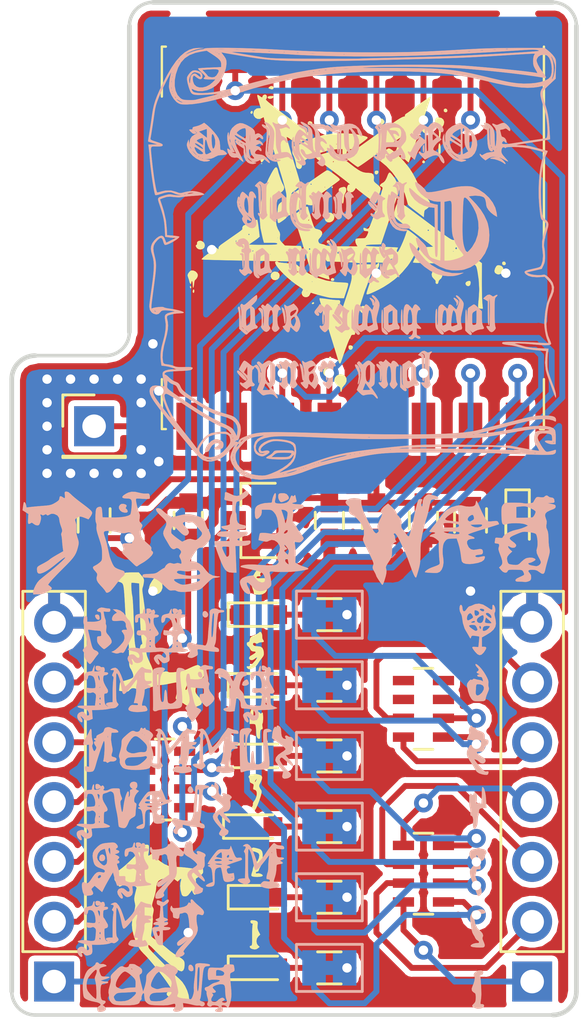
<source format=kicad_pcb>
(kicad_pcb (version 20171130) (host pcbnew "(5.0.0)")
  (layers (0 F.Cu signal) (31 B.Cu signal) (34 B.Paste user) (35 F.Paste user hide) (36 B.SilkS user) (37 F.SilkS user hide) (38 B.Mask user) (39 F.Mask user hide) (44 Edge.Cuts user))
  (net 0 "")
  (net 1 GND)
  (net 2 VCC)
  (net 3 +3V3)
  (net 4 "Net-(D1-Pad2)")
  (net 5 "Net-(D2-Pad2)")
  (net 6 "Net-(D3-Pad2)")
  (net 7 "Net-(D4-Pad2)")
  (net 8 "Net-(D5-Pad2)")
  (net 9 "Net-(D6-Pad2)")
  (net 10 "Net-(D7-Pad2)")
  (net 11 /RESET)
  (net 12 /SPI_EXT_CS)
  (net 13 /SPI_EXT_MISO)
  (net 14 /SPI_EXT_MOSI)
  (net 15 /SPI_EXT_SCK)
  (net 16 /EXT_GPIO1)
  (net 17 /EXT_GPIO2)
  (net 18 /EXT_GPIO3)
  (net 19 /EXT_GPIO4)
  (net 20 /EXT_GPIO5)
  (net 21 /EXT_GPIO6)
  (net 22 /ANTENNA)
  (net 23 /GPIO1)
  (net 24 "Net-(JP1-Pad2)")
  (net 25 "Net-(JP2-Pad2)")
  (net 26 /GPIO2)
  (net 27 "Net-(JP3-Pad2)")
  (net 28 /GPIO3)
  (net 29 /GPIO4)
  (net 30 "Net-(JP4-Pad2)")
  (net 31 "Net-(JP5-Pad2)")
  (net 32 /GPIO5)
  (net 33 /GPIO6)
  (net 34 "Net-(JP6-Pad2)")
  (net 35 /SPI_CS)
  (net 36 /SPI_MISO)
  (net 37 /SPI_MOSI)
  (net 38 /SPI_SCK)
  (net 39 "Net-(RN3-Pad4)")
  (net 40 "Net-(RN3-Pad3)")
  (net 41 "Net-(RN3-Pad5)")
  (net 42 "Net-(RN3-Pad6)")
  (module Pin_Headers:Pin_Header_Straight_1x07_Pitch2.54mm (layer F.Cu) (at 133.62 68.58 180)
    (fp_text reference J2 hide)
    (fp_text value Conn_01x07_Male)
    (pad 1 thru_hole rect (at 0 0 180) (size 1.7 1.7) (drill 1) (layers *.Cu *.Mask) (net 16 /EXT_GPIO1))
    (pad 2 thru_hole oval (at 0 2.54 180) (size 1.7 1.7) (drill 1) (layers *.Cu *.Mask) (net 17 /EXT_GPIO2))
    (pad 3 thru_hole oval (at 0 5.08 180) (size 1.7 1.7) (drill 1) (layers *.Cu *.Mask) (net 18 /EXT_GPIO3))
    (pad 4 thru_hole oval (at 0 7.62 180) (size 1.7 1.7) (drill 1) (layers *.Cu *.Mask) (net 19 /EXT_GPIO4))
    (pad 5 thru_hole oval (at 0 10.16 180) (size 1.7 1.7) (drill 1) (layers *.Cu *.Mask) (net 20 /EXT_GPIO5))
    (pad 6 thru_hole oval (at 0 12.7 180) (size 1.7 1.7) (drill 1) (layers *.Cu *.Mask) (net 21 /EXT_GPIO6))
    (pad 7 thru_hole oval (at 0 15.24 180) (size 1.7 1.7) (drill 1) (layers *.Cu *.Mask) (net 1 GND))
  )
  (module Pin_Headers:Pin_Header_Straight_1x07_Pitch2.54mm (layer F.Cu) (at 113.3 68.58 180)
    (fp_text reference J1 hide)
    (fp_text value Conn_01x07_Male)
    (pad 1 thru_hole rect (at 0 0 180) (size 1.7 1.7) (drill 1) (layers *.Cu *.Mask) (net 2 VCC))
    (pad 2 thru_hole oval (at 0 2.54 180) (size 1.7 1.7) (drill 1) (layers *.Cu *.Mask) (net 15 /SPI_EXT_SCK))
    (pad 3 thru_hole oval (at 0 5.08 180) (size 1.7 1.7) (drill 1) (layers *.Cu *.Mask) (net 14 /SPI_EXT_MOSI))
    (pad 4 thru_hole oval (at 0 7.62 180) (size 1.7 1.7) (drill 1) (layers *.Cu *.Mask) (net 13 /SPI_EXT_MISO))
    (pad 5 thru_hole oval (at 0 10.16 180) (size 1.7 1.7) (drill 1) (layers *.Cu *.Mask) (net 12 /SPI_EXT_CS))
    (pad 6 thru_hole oval (at 0 12.7 180) (size 1.7 1.7) (drill 1) (layers *.Cu *.Mask) (net 11 /RESET))
    (pad 7 thru_hole oval (at 0 15.24 180) (size 1.7 1.7) (drill 1) (layers *.Cu *.Mask) (net 1 GND))
  )
  (module LEDs:LED_0603 (layer F.Cu) (at 133 49 270)
    (fp_text reference D7 hide)
    (fp_text value LED)
    (pad 1 smd rect (at -0.8 0 90) (size 0.8 0.8) (layers F.Cu F.Paste F.Mask) (net 1 GND))
    (pad 2 smd rect (at 0.8 0 90) (size 0.8 0.8) (layers F.Cu F.Paste F.Mask) (net 10 "Net-(D7-Pad2)"))
  )
  (module Capacitors_SMD:C_0603 (layer F.Cu) (at 119 49 90)
    (fp_text reference C1 hide)
    (fp_text value 1uF)
    (pad 2 smd rect (at 0.75 0 90) (size 0.8 0.75) (layers F.Cu F.Paste F.Mask) (net 1 GND))
    (pad 1 smd rect (at -0.75 0 90) (size 0.8 0.75) (layers F.Cu F.Paste F.Mask) (net 2 VCC))
  )
  (module Capacitors_SMD:C_0603 (layer F.Cu) (at 125 49 270)
    (fp_text reference C2 hide)
    (fp_text value 1uF)
    (pad 1 smd rect (at -0.75 0 270) (size 0.8 0.75) (layers F.Cu F.Paste F.Mask) (net 3 +3V3))
    (pad 2 smd rect (at 0.75 0 270) (size 0.8 0.75) (layers F.Cu F.Paste F.Mask) (net 1 GND))
  )
  (module Capacitors_SMD:C_0603 (layer F.Cu) (at 129 49 270)
    (fp_text reference C3 hide)
    (fp_text value 100nF)
    (pad 2 smd rect (at 0.75 0 270) (size 0.8 0.75) (layers F.Cu F.Paste F.Mask) (net 1 GND))
    (pad 1 smd rect (at -0.75 0 270) (size 0.8 0.75) (layers F.Cu F.Paste F.Mask) (net 3 +3V3))
  )
  (module Capacitors_SMD:C_0603 (layer F.Cu) (at 127 49 270)
    (fp_text reference C4 hide)
    (fp_text value 1uF)
    (pad 1 smd rect (at -0.75 0 270) (size 0.8 0.75) (layers F.Cu F.Paste F.Mask) (net 3 +3V3))
    (pad 2 smd rect (at 0.75 0 270) (size 0.8 0.75) (layers F.Cu F.Paste F.Mask) (net 1 GND))
  )
  (module LEDs:LED_0603 (layer F.Cu) (at 122 68)
    (fp_text reference D1 hide)
    (fp_text value LED)
    (pad 2 smd rect (at 0.8 0 180) (size 0.8 0.8) (layers F.Cu F.Paste F.Mask) (net 4 "Net-(D1-Pad2)"))
    (pad 1 smd rect (at -0.8 0 180) (size 0.8 0.8) (layers F.Cu F.Paste F.Mask) (net 1 GND))
  )
  (module LEDs:LED_0603 (layer F.Cu) (at 122 65)
    (fp_text reference D2 hide)
    (fp_text value LED)
    (pad 1 smd rect (at -0.8 0 180) (size 0.8 0.8) (layers F.Cu F.Paste F.Mask) (net 1 GND))
    (pad 2 smd rect (at 0.8 0 180) (size 0.8 0.8) (layers F.Cu F.Paste F.Mask) (net 5 "Net-(D2-Pad2)"))
  )
  (module LEDs:LED_0603 (layer F.Cu) (at 121.8 62)
    (fp_text reference D3 hide)
    (fp_text value LED)
    (pad 2 smd rect (at 0.8 0 180) (size 0.8 0.8) (layers F.Cu F.Paste F.Mask) (net 6 "Net-(D3-Pad2)"))
    (pad 1 smd rect (at -0.8 0 180) (size 0.8 0.8) (layers F.Cu F.Paste F.Mask) (net 1 GND))
  )
  (module LEDs:LED_0603 (layer F.Cu) (at 122 59)
    (fp_text reference D4 hide)
    (fp_text value LED)
    (pad 1 smd rect (at -0.8 0 180) (size 0.8 0.8) (layers F.Cu F.Paste F.Mask) (net 1 GND))
    (pad 2 smd rect (at 0.8 0 180) (size 0.8 0.8) (layers F.Cu F.Paste F.Mask) (net 7 "Net-(D4-Pad2)"))
  )
  (module LEDs:LED_0603 (layer F.Cu) (at 122 56)
    (fp_text reference D5 hide)
    (fp_text value LED)
    (pad 2 smd rect (at 0.8 0 180) (size 0.8 0.8) (layers F.Cu F.Paste F.Mask) (net 8 "Net-(D5-Pad2)"))
    (pad 1 smd rect (at -0.8 0 180) (size 0.8 0.8) (layers F.Cu F.Paste F.Mask) (net 1 GND))
  )
  (module LEDs:LED_0603 (layer F.Cu) (at 122 53)
    (fp_text reference D6 hide)
    (fp_text value LED)
    (pad 1 smd rect (at -0.8 0 180) (size 0.8 0.8) (layers F.Cu F.Paste F.Mask) (net 1 GND))
    (pad 2 smd rect (at 0.8 0 180) (size 0.8 0.8) (layers F.Cu F.Paste F.Mask) (net 9 "Net-(D6-Pad2)"))
  )
  (module Pin_Headers:Pin_Header_Straight_1x01_Pitch2.54mm (layer F.Cu) (at 115 45)
    (fp_text reference J3 hide)
    (fp_text value Conn_01x01_Female)
    (pad 1 thru_hole rect (at 0 0) (size 1.7 1.7) (drill 1) (layers *.Cu *.Mask) (net 22 /ANTENNA))
  )
  (module jumpers:SolderJumper-2_P1.3mm_Bridged_Pad1.0x1.5mm (layer B.Cu) (at 125 68)
    (fp_text reference JP1 hide)
    (fp_text value Jumper_NC_Small hide)
    (pad 1 smd custom (at -0.65 0) (size 1 1.5) (layers B.Cu B.Mask) (net 23 /GPIO1) (options (clearance outline) (anchor rect)) (primitives (gr_poly (pts (xy 0.4 0.3) (xy 0.9 0.3) (xy 0.9 -0.3) (xy 0.4 -0.3)) (width 0))))
    (pad 2 smd rect (at 0.65 0) (size 1 1.5) (layers B.Cu B.Mask) (net 24 "Net-(JP1-Pad2)"))
  )
  (module jumpers:SolderJumper-2_P1.3mm_Bridged_Pad1.0x1.5mm (layer B.Cu) (at 125 65)
    (fp_text reference JP2 hide)
    (fp_text value Jumper_NC_Small hide)
    (pad 2 smd rect (at 0.65 0) (size 1 1.5) (layers B.Cu B.Mask) (net 25 "Net-(JP2-Pad2)"))
    (pad 1 smd custom (at -0.65 0) (size 1 1.5) (layers B.Cu B.Mask) (net 26 /GPIO2) (options (clearance outline) (anchor rect)) (primitives (gr_poly (pts (xy 0.4 0.3) (xy 0.9 0.3) (xy 0.9 -0.3) (xy 0.4 -0.3)) (width 0))))
  )
  (module jumpers:SolderJumper-2_P1.3mm_Bridged_Pad1.0x1.5mm (layer B.Cu) (at 125 62)
    (fp_text reference eJP3 hide)
    (fp_text value Jumper_NC_Small hide)
    (pad 2 smd rect (at 0.65 0) (size 1 1.5) (layers B.Cu B.Mask) (net 27 "Net-(JP3-Pad2)"))
    (pad 1 smd custom (at -0.65 0) (size 1 1.5) (layers B.Cu B.Mask) (net 28 /GPIO3) (options (clearance outline) (anchor rect)) (primitives (gr_poly (pts (xy 0.4 0.3) (xy 0.9 0.3) (xy 0.9 -0.3) (xy 0.4 -0.3)) (width 0))))
  )
  (module jumpers:SolderJumper-2_P1.3mm_Bridged_Pad1.0x1.5mm (layer B.Cu) (at 125 59)
    (fp_text reference JP4 hide)
    (fp_text value Jumper_NC_Small hide)
    (pad 1 smd custom (at -0.65 0) (size 1 1.5) (layers B.Cu B.Mask) (net 29 /GPIO4) (options (clearance outline) (anchor rect)) (primitives (gr_poly (pts (xy 0.4 0.3) (xy 0.9 0.3) (xy 0.9 -0.3) (xy 0.4 -0.3)) (width 0))))
    (pad 2 smd rect (at 0.65 0) (size 1 1.5) (layers B.Cu B.Mask) (net 30 "Net-(JP4-Pad2)"))
  )
  (module jumpers:SolderJumper-2_P1.3mm_Bridged_Pad1.0x1.5mm (layer B.Cu) (at 125 56)
    (fp_text reference JP5 hide)
    (fp_text value Jumper_NC_Small hide)
    (pad 2 smd rect (at 0.65 0) (size 1 1.5) (layers B.Cu B.Mask) (net 31 "Net-(JP5-Pad2)"))
    (pad 1 smd custom (at -0.65 0) (size 1 1.5) (layers B.Cu B.Mask) (net 32 /GPIO5) (options (clearance outline) (anchor rect)) (primitives (gr_poly (pts (xy 0.4 0.3) (xy 0.9 0.3) (xy 0.9 -0.3) (xy 0.4 -0.3)) (width 0))))
  )
  (module jumpers:SolderJumper-2_P1.3mm_Bridged_Pad1.0x1.5mm (layer B.Cu) (at 125 53)
    (fp_text reference JP6 hide)
    (fp_text value Jumper_NC_Small hide)
    (pad 1 smd custom (at -0.65 0) (size 1 1.5) (layers B.Cu B.Mask) (net 33 /GPIO6) (options (clearance outline) (anchor rect)) (primitives (gr_poly (pts (xy 0.4 0.3) (xy 0.9 0.3) (xy 0.9 -0.3) (xy 0.4 -0.3)) (width 0))))
    (pad 2 smd rect (at 0.65 0) (size 1 1.5) (layers B.Cu B.Mask) (net 34 "Net-(JP6-Pad2)"))
  )
  (module Resistors_SMD:R_0603 (layer F.Cu) (at 125 68)
    (fp_text reference R1 hide)
    (fp_text value 330R)
    (pad 2 smd rect (at 0.75 0) (size 0.5 0.9) (layers F.Cu F.Paste F.Mask) (net 24 "Net-(JP1-Pad2)"))
    (pad 1 smd rect (at -0.75 0) (size 0.5 0.9) (layers F.Cu F.Paste F.Mask) (net 4 "Net-(D1-Pad2)"))
  )
  (module Resistors_SMD:R_0603 (layer F.Cu) (at 125 65)
    (fp_text reference R2 hide)
    (fp_text value 330R)
    (pad 1 smd rect (at -0.75 0) (size 0.5 0.9) (layers F.Cu F.Paste F.Mask) (net 5 "Net-(D2-Pad2)"))
    (pad 2 smd rect (at 0.75 0) (size 0.5 0.9) (layers F.Cu F.Paste F.Mask) (net 25 "Net-(JP2-Pad2)"))
  )
  (module Resistors_SMD:R_0603 (layer F.Cu) (at 125 62)
    (fp_text reference R3 hide)
    (fp_text value 330R)
    (pad 2 smd rect (at 0.75 0) (size 0.5 0.9) (layers F.Cu F.Paste F.Mask) (net 27 "Net-(JP3-Pad2)"))
    (pad 1 smd rect (at -0.75 0) (size 0.5 0.9) (layers F.Cu F.Paste F.Mask) (net 6 "Net-(D3-Pad2)"))
  )
  (module Resistors_SMD:R_0603 (layer F.Cu) (at 125 59)
    (fp_text reference R4 hide)
    (fp_text value 330R)
    (pad 2 smd rect (at 0.75 0) (size 0.5 0.9) (layers F.Cu F.Paste F.Mask) (net 30 "Net-(JP4-Pad2)"))
    (pad 1 smd rect (at -0.75 0) (size 0.5 0.9) (layers F.Cu F.Paste F.Mask) (net 7 "Net-(D4-Pad2)"))
  )
  (module Resistors_SMD:R_0603 (layer F.Cu) (at 125 56)
    (fp_text reference R5 hide)
    (fp_text value 330R)
    (pad 1 smd rect (at -0.75 0) (size 0.5 0.9) (layers F.Cu F.Paste F.Mask) (net 8 "Net-(D5-Pad2)"))
    (pad 2 smd rect (at 0.75 0) (size 0.5 0.9) (layers F.Cu F.Paste F.Mask) (net 31 "Net-(JP5-Pad2)"))
  )
  (module Resistors_SMD:R_0603 (layer F.Cu) (at 125 53)
    (fp_text reference R6 hide)
    (fp_text value 330R)
    (pad 2 smd rect (at 0.75 0) (size 0.5 0.9) (layers F.Cu F.Paste F.Mask) (net 34 "Net-(JP6-Pad2)"))
    (pad 1 smd rect (at -0.75 0) (size 0.5 0.9) (layers F.Cu F.Paste F.Mask) (net 9 "Net-(D6-Pad2)"))
  )
  (module Resistors_SMD:R_0603 (layer F.Cu) (at 131 49 90)
    (fp_text reference R7 hide)
    (fp_text value 330R)
    (pad 1 smd rect (at -0.75 0 90) (size 0.5 0.9) (layers F.Cu F.Paste F.Mask) (net 10 "Net-(D7-Pad2)"))
    (pad 2 smd rect (at 0.75 0 90) (size 0.5 0.9) (layers F.Cu F.Paste F.Mask) (net 3 +3V3))
  )
  (module Resistors_SMD:R_0603 (layer F.Cu) (at 115 49 90)
    (fp_text reference R8 hide)
    (fp_text value 10K)
    (pad 1 smd rect (at -0.75 0 90) (size 0.5 0.9) (layers F.Cu F.Paste F.Mask) (net 11 /RESET))
    (pad 2 smd rect (at 0.75 0 90) (size 0.5 0.9) (layers F.Cu F.Paste F.Mask) (net 3 +3V3))
  )
  (module TO_SOT_Packages_SMD:SOT-23 (layer F.Cu) (at 122 49 180)
    (fp_text reference U1 hide)
    (fp_text value AP7333-33SRG-7)
    (pad 3 smd rect (at 1 0 180) (size 0.9 0.8) (layers F.Cu F.Paste F.Mask) (net 2 VCC))
    (pad 2 smd rect (at -1 0.95 180) (size 0.9 0.8) (layers F.Cu F.Paste F.Mask) (net 3 +3V3))
    (pad 1 smd rect (at -1 -0.95 180) (size 0.9 0.8) (layers F.Cu F.Paste F.Mask) (net 1 GND))
  )
  (module RF_Modules:Hopref_RFM9XW_SMD (layer F.Cu) (at 126 37 270)
    (fp_text reference U2 hide)
    (fp_text value RFM95W-868S2)
    (pad 16 smd rect (at 8 -7 270) (size 2 1) (layers F.Cu F.Paste F.Mask) (net 28 /GPIO3))
    (pad 15 smd rect (at 8 -5 270) (size 2 1) (layers F.Cu F.Paste F.Mask) (net 26 /GPIO2))
    (pad 14 smd rect (at 8 -3 270) (size 2 1) (layers F.Cu F.Paste F.Mask) (net 23 /GPIO1))
    (pad 13 smd rect (at 8 -1 270) (size 2 1) (layers F.Cu F.Paste F.Mask) (net 3 +3V3))
    (pad 12 smd rect (at 8 1 270) (size 2 1) (layers F.Cu F.Paste F.Mask) (net 32 /GPIO5))
    (pad 11 smd rect (at 8 3 270) (size 2 1) (layers F.Cu F.Paste F.Mask) (net 29 /GPIO4))
    (pad 10 smd rect (at 8 5 270) (size 2 1) (layers F.Cu F.Paste F.Mask) (net 1 GND))
    (pad 9 smd rect (at 8 7 270) (size 2 1) (layers F.Cu F.Paste F.Mask) (net 22 /ANTENNA))
    (pad 8 smd rect (at -8 7 270) (size 2 1) (layers F.Cu F.Paste F.Mask) (net 1 GND))
    (pad 7 smd rect (at -8 5 270) (size 2 1) (layers F.Cu F.Paste F.Mask) (net 33 /GPIO6))
    (pad 6 smd rect (at -8 3 270) (size 2 1) (layers F.Cu F.Paste F.Mask) (net 11 /RESET))
    (pad 5 smd rect (at -8 1 270) (size 2 1) (layers F.Cu F.Paste F.Mask) (net 35 /SPI_CS))
    (pad 4 smd rect (at -8 -1 270) (size 2 1) (layers F.Cu F.Paste F.Mask) (net 38 /SPI_SCK))
    (pad 3 smd rect (at -8 -3 270) (size 2 1) (layers F.Cu F.Paste F.Mask) (net 37 /SPI_MOSI))
    (pad 2 smd rect (at -8 -5 270) (size 2 1) (layers F.Cu F.Paste F.Mask) (net 36 /SPI_MISO))
    (pad 1 smd rect (at -8 -7 270) (size 2 1) (layers F.Cu F.Paste F.Mask) (net 1 GND))
  )
  (module Resistors_SMD:R_Array_Concave_4x0603 (layer F.Cu) (at 118 60 180)
    (fp_text reference RN1 hide)
    (fp_text value 100R)
    (pad 5 smd rect (at 0.85 1.2 180) (size 0.9 0.4) (layers F.Cu F.Paste F.Mask) (net 12 /SPI_EXT_CS))
    (pad 6 smd rect (at 0.85 0.4 180) (size 0.9 0.4) (layers F.Cu F.Paste F.Mask) (net 13 /SPI_EXT_MISO))
    (pad 7 smd rect (at 0.85 -0.4 180) (size 0.9 0.4) (layers F.Cu F.Paste F.Mask) (net 14 /SPI_EXT_MOSI))
    (pad 8 smd rect (at 0.85 -1.2 180) (size 0.9 0.4) (layers F.Cu F.Paste F.Mask) (net 15 /SPI_EXT_SCK))
    (pad 4 smd rect (at -0.85 1.2 180) (size 0.9 0.4) (layers F.Cu F.Paste F.Mask) (net 35 /SPI_CS))
    (pad 1 smd rect (at -0.85 -1.2 180) (size 0.9 0.4) (layers F.Cu F.Paste F.Mask) (net 38 /SPI_SCK))
    (pad 3 smd rect (at -0.85 0.4 180) (size 0.9 0.4) (layers F.Cu F.Paste F.Mask) (net 36 /SPI_MISO))
    (pad 2 smd rect (at -0.85 -0.4 180) (size 0.9 0.4) (layers F.Cu F.Paste F.Mask) (net 37 /SPI_MOSI))
  )
  (module Resistors_SMD:R_Array_Concave_4x0603 (layer F.Cu) (at 129 64 180)
    (fp_text reference RN2 hide)
    (fp_text value 100R)
    (pad 2 smd rect (at -0.85 -0.4 180) (size 0.9 0.4) (layers F.Cu F.Paste F.Mask) (net 26 /GPIO2))
    (pad 3 smd rect (at -0.85 0.4 180) (size 0.9 0.4) (layers F.Cu F.Paste F.Mask) (net 28 /GPIO3))
    (pad 1 smd rect (at -0.85 -1.2 180) (size 0.9 0.4) (layers F.Cu F.Paste F.Mask) (net 23 /GPIO1))
    (pad 4 smd rect (at -0.85 1.2 180) (size 0.9 0.4) (layers F.Cu F.Paste F.Mask) (net 29 /GPIO4))
    (pad 8 smd rect (at 0.85 -1.2 180) (size 0.9 0.4) (layers F.Cu F.Paste F.Mask) (net 16 /EXT_GPIO1))
    (pad 7 smd rect (at 0.85 -0.4 180) (size 0.9 0.4) (layers F.Cu F.Paste F.Mask) (net 17 /EXT_GPIO2))
    (pad 6 smd rect (at 0.85 0.4 180) (size 0.9 0.4) (layers F.Cu F.Paste F.Mask) (net 18 /EXT_GPIO3))
    (pad 5 smd rect (at 0.85 1.2 180) (size 0.9 0.4) (layers F.Cu F.Paste F.Mask) (net 19 /EXT_GPIO4))
  )
  (module Resistors_SMD:R_Array_Concave_4x0603 (layer F.Cu) (at 129 57 180)
    (fp_text reference RN3 hide)
    (fp_text value 100R)
    (pad 5 smd rect (at 0.85 1.2 180) (size 0.9 0.4) (layers F.Cu F.Paste F.Mask) (net 41 "Net-(RN3-Pad5)"))
    (pad 6 smd rect (at 0.85 0.4 180) (size 0.9 0.4) (layers F.Cu F.Paste F.Mask) (net 42 "Net-(RN3-Pad6)"))
    (pad 7 smd rect (at 0.85 -0.4 180) (size 0.9 0.4) (layers F.Cu F.Paste F.Mask) (net 21 /EXT_GPIO6))
    (pad 8 smd rect (at 0.85 -1.2 180) (size 0.9 0.4) (layers F.Cu F.Paste F.Mask) (net 20 /EXT_GPIO5))
    (pad 4 smd rect (at -0.85 1.2 180) (size 0.9 0.4) (layers F.Cu F.Paste F.Mask) (net 39 "Net-(RN3-Pad4)"))
    (pad 1 smd rect (at -0.85 -1.2 180) (size 0.9 0.4) (layers F.Cu F.Paste F.Mask) (net 32 /GPIO5))
    (pad 3 smd rect (at -0.85 0.4 180) (size 0.9 0.4) (layers F.Cu F.Paste F.Mask) (net 40 "Net-(RN3-Pad3)"))
    (pad 2 smd rect (at -0.85 -0.4 180) (size 0.9 0.4) (layers F.Cu F.Paste F.Mask) (net 33 /GPIO6))
  )
  (module ArtworkAndSilks:frontside (layer F.Cu) (at 124 50)
    (fp_text reference G*** hide)
    (fp_text value LOGO hide)
  )
  (module ArtworkAndSilks:backside (layer B.Cu) (at 123.3 49.4 180)
    (fp_text reference G*** hide)
    (fp_text value LOGO hide)
  )
  (gr_line (start 115.5 42) (end 112.5 42) (layer Edge.Cuts) (width 0.15))
  (gr_arc (start 117.5 28) (end 117.5 27) (angle -90) (layer Edge.Cuts) (width 0.15))
  (gr_arc (start 115.5 41) (end 115.5 42) (angle -90) (layer Edge.Cuts) (width 0.15))
  (gr_arc (start 112.5 43) (end 112.5 42) (angle -90) (layer Edge.Cuts) (width 0.2))
  (gr_arc (start 134.5 28) (end 135.5 28) (angle -90) (layer Edge.Cuts) (width 0.15))
  (gr_arc (start 134.5 69) (end 134.5 70) (angle -90) (layer Edge.Cuts) (width 0.2))
  (gr_arc (start 112.5 69) (end 111.5 69) (angle -90) (layer Edge.Cuts) (width 0.15))
  (gr_line (start 134.5 70) (end 112.5 70) (layer Edge.Cuts) (width 0.15))
  (gr_line (start 111.5 43) (end 111.5 69) (layer Edge.Cuts) (width 0.2))
  (gr_line (start 116.5 28) (end 116.5 41) (layer Edge.Cuts) (width 0.2))
  (gr_line (start 134.5 27) (end 117.5 27) (layer Edge.Cuts) (width 0.2))
  (gr_line (start 135.5 69) (end 135.5 28) (layer Edge.Cuts) (width 0.2))
  (via (at 117 44) (size 0.8) (drill 0.4) (layers F.Cu B.Cu) (net 1))
  (via (at 117 43) (size 0.8) (drill 0.4) (layers F.Cu B.Cu) (net 1))
  (via (at 116 43) (size 0.8) (drill 0.4) (layers F.Cu B.Cu) (net 1))
  (via (at 115 43) (size 0.8) (drill 0.4) (layers F.Cu B.Cu) (net 1))
  (via (at 114 43) (size 0.8) (drill 0.4) (layers F.Cu B.Cu) (net 1))
  (via (at 113 43) (size 0.8) (drill 0.4) (layers F.Cu B.Cu) (net 1))
  (via (at 113 44) (size 0.8) (drill 0.4) (layers F.Cu B.Cu) (net 1))
  (via (at 113 45) (size 0.8) (drill 0.4) (layers F.Cu B.Cu) (net 1))
  (via (at 113 46) (size 0.8) (drill 0.4) (layers F.Cu B.Cu) (net 1))
  (via (at 113 47) (size 0.8) (drill 0.4) (layers F.Cu B.Cu) (net 1))
  (via (at 114 47) (size 0.8) (drill 0.4) (layers F.Cu B.Cu) (net 1))
  (via (at 115 47) (size 0.8) (drill 0.4) (layers F.Cu B.Cu) (net 1))
  (via (at 116 47) (size 0.8) (drill 0.4) (layers F.Cu B.Cu) (net 1))
  (via (at 117 47) (size 0.8) (drill 0.4) (layers F.Cu B.Cu) (net 1))
  (via (at 117 46) (size 0.8) (drill 0.4) (layers F.Cu B.Cu) (net 1))
  (via (at 117.75 43.5) (size 0.8) (drill 0.4) (layers F.Cu B.Cu) (net 1))
  (via (at 117.75 46.5) (size 0.8) (drill 0.4) (layers F.Cu B.Cu) (net 1))
  (via (at 117.5 41.5) (size 0.8) (drill 0.4) (layers F.Cu B.Cu) (net 1))
  (via (at 120 37.5) (size 0.8) (drill 0.4) (layers F.Cu B.Cu) (net 1))
  (via (at 127 38.5) (size 0.8) (drill 0.4) (layers F.Cu B.Cu) (net 1))
  (via (at 132.5 38.5) (size 0.8) (drill 0.4) (layers F.Cu B.Cu) (net 1))
  (via (at 131 52) (size 0.8) (drill 0.4) (layers F.Cu B.Cu) (net 1))
  (via (at 117.5 52) (size 0.8) (drill 0.4) (layers F.Cu B.Cu) (net 1))
  (via (at 119 66.5) (size 0.8) (drill 0.4) (layers F.Cu B.Cu) (net 1))
  (segment (start 120.95 49) (end 121 49) (width 0.25) (layer F.Cu) (net 2))
  (segment (start 120.2 49.75) (end 120.95 49) (width 0.25) (layer F.Cu) (net 2))
  (segment (start 119 49.75) (end 120.2 49.75) (width 0.25) (layer F.Cu) (net 2))
  (segment (start 118.75 54) (end 118.75 54) (width 0.25) (layer B.Cu) (net 2))
  (via (at 118.75 54) (size 0.8) (drill 0.4) (layers F.Cu B.Cu) (net 2))
  (segment (start 119 53.75) (end 118.75 54) (width 0.25) (layer F.Cu) (net 2))
  (segment (start 119 49.75) (end 119 53.75) (width 0.25) (layer F.Cu) (net 2))
  (segment (start 118 54.75) (end 118.75 54) (width 0.25) (layer B.Cu) (net 2))
  (segment (start 118 65.98) (end 118 54.75) (width 0.25) (layer B.Cu) (net 2))
  (segment (start 113.3 68.58) (end 115.4 68.58) (width 0.25) (layer B.Cu) (net 2))
  (segment (start 115.4 68.58) (end 118 65.98) (width 0.25) (layer B.Cu) (net 2))
  (segment (start 124.8 48.05) (end 125 48.25) (width 0.25) (layer F.Cu) (net 3))
  (segment (start 123 48.05) (end 124.8 48.05) (width 0.25) (layer F.Cu) (net 3))
  (segment (start 125 48.25) (end 127 48.25) (width 0.25) (layer F.Cu) (net 3))
  (segment (start 129 48.25) (end 127 48.25) (width 0.25) (layer F.Cu) (net 3))
  (segment (start 129 48.25) (end 131 48.25) (width 0.25) (layer F.Cu) (net 3))
  (segment (start 127 45) (end 127 48.25) (width 0.25) (layer F.Cu) (net 3))
  (segment (start 122.3 48.05) (end 121.5 47.25) (width 0.25) (layer F.Cu) (net 3))
  (segment (start 123 48.05) (end 122.3 48.05) (width 0.25) (layer F.Cu) (net 3))
  (segment (start 121.5 47.25) (end 118.25 47.25) (width 0.25) (layer F.Cu) (net 3))
  (segment (start 118.25 47.25) (end 117.25 48.25) (width 0.25) (layer F.Cu) (net 3))
  (segment (start 117.25 48.25) (end 115 48.25) (width 0.25) (layer F.Cu) (net 3))
  (segment (start 122.8 68) (end 124.25 68) (width 0.25) (layer F.Cu) (net 4))
  (segment (start 122.8 65) (end 124.25 65) (width 0.25) (layer F.Cu) (net 5))
  (segment (start 122.6 62) (end 124.25 62) (width 0.25) (layer F.Cu) (net 6))
  (segment (start 122.8 59) (end 124.25 59) (width 0.25) (layer F.Cu) (net 7))
  (segment (start 122.8 56) (end 124.25 56) (width 0.25) (layer F.Cu) (net 8))
  (segment (start 122.8 53) (end 124.25 53) (width 0.25) (layer F.Cu) (net 9))
  (segment (start 132.95 49.75) (end 133 49.8) (width 0.25) (layer F.Cu) (net 10))
  (segment (start 131 49.75) (end 132.95 49.75) (width 0.25) (layer F.Cu) (net 10))
  (segment (start 123 29) (end 123 32) (width 0.25) (layer F.Cu) (net 11))
  (segment (start 123 32) (end 123 32) (width 0.25) (layer F.Cu) (net 11))
  (via (at 123 32) (size 0.8) (drill 0.4) (layers F.Cu B.Cu) (net 11))
  (segment (start 123 32) (end 119 36) (width 0.25) (layer B.Cu) (net 11))
  (segment (start 119 36) (end 119 47.25) (width 0.25) (layer B.Cu) (net 11))
  (segment (start 119 47.25) (end 116.5 49.75) (width 0.25) (layer B.Cu) (net 11))
  (segment (start 116.5 49.75) (end 116.5 49.75) (width 0.25) (layer B.Cu) (net 11))
  (via (at 116.5 49.75) (size 0.8) (drill 0.4) (layers F.Cu B.Cu) (net 11))
  (segment (start 115 49.75) (end 116.5 49.75) (width 0.25) (layer F.Cu) (net 11))
  (segment (start 115 49.75) (end 115 50.5) (width 0.25) (layer F.Cu) (net 11))
  (segment (start 115 50.5) (end 116 51.5) (width 0.25) (layer F.Cu) (net 11))
  (segment (start 116 54.18) (end 114.3 55.88) (width 0.25) (layer F.Cu) (net 11))
  (segment (start 116 51.5) (end 116 54.18) (width 0.25) (layer F.Cu) (net 11))
  (segment (start 114.3 55.88) (end 113.3 55.88) (width 0.25) (layer F.Cu) (net 11))
  (segment (start 116.77 58.42) (end 117.15 58.8) (width 0.25) (layer F.Cu) (net 12))
  (segment (start 114.3 58.42) (end 116.77 58.42) (width 0.25) (layer F.Cu) (net 12))
  (segment (start 114.3 58.42) (end 113.3 58.42) (width 0.25) (layer F.Cu) (net 12))
  (segment (start 115.66 59.6) (end 117.15 59.6) (width 0.25) (layer F.Cu) (net 13))
  (segment (start 114.3 60.96) (end 115.66 59.6) (width 0.25) (layer F.Cu) (net 13))
  (segment (start 114.3 60.96) (end 113.3 60.96) (width 0.25) (layer F.Cu) (net 13))
  (segment (start 116.714998 60.4) (end 115.75 61.364998) (width 0.25) (layer F.Cu) (net 14))
  (segment (start 117.15 60.4) (end 116.714998 60.4) (width 0.25) (layer F.Cu) (net 14))
  (segment (start 115.75 62.05) (end 114.3 63.5) (width 0.25) (layer F.Cu) (net 14))
  (segment (start 115.75 61.364998) (end 115.75 62.05) (width 0.25) (layer F.Cu) (net 14))
  (segment (start 114.3 63.5) (end 113.3 63.5) (width 0.25) (layer F.Cu) (net 14))
  (segment (start 117.15 61.65) (end 116 62.8) (width 0.25) (layer F.Cu) (net 15))
  (segment (start 117.15 61.2) (end 117.15 61.65) (width 0.25) (layer F.Cu) (net 15))
  (segment (start 116 64.34) (end 114.3 66.04) (width 0.25) (layer F.Cu) (net 15))
  (segment (start 116 62.8) (end 116 64.34) (width 0.25) (layer F.Cu) (net 15))
  (segment (start 114.3 66.04) (end 113.3 66.04) (width 0.25) (layer F.Cu) (net 15))
  (segment (start 128.15 65.2) (end 128.15 66.4) (width 0.25) (layer F.Cu) (net 16))
  (segment (start 128.15 66.4) (end 129 67.25) (width 0.25) (layer F.Cu) (net 16))
  (segment (start 129 67.25) (end 129 67.25) (width 0.25) (layer F.Cu) (net 16))
  (via (at 129 67.25) (size 0.8) (drill 0.4) (layers F.Cu B.Cu) (net 16))
  (segment (start 130.33 68.58) (end 133.62 68.58) (width 0.25) (layer B.Cu) (net 16))
  (segment (start 129 67.25) (end 130.33 68.58) (width 0.25) (layer B.Cu) (net 16))
  (segment (start 127.45 64.4) (end 127 64.85) (width 0.25) (layer F.Cu) (net 17))
  (segment (start 128.15 64.4) (end 127.45 64.4) (width 0.25) (layer F.Cu) (net 17))
  (segment (start 127 64.85) (end 127 66.5) (width 0.25) (layer F.Cu) (net 17))
  (segment (start 127 66.5) (end 128.5 68) (width 0.25) (layer F.Cu) (net 17))
  (segment (start 131.66 68) (end 128.5 68) (width 0.25) (layer F.Cu) (net 17))
  (segment (start 133.62 66.04) (end 131.66 68) (width 0.25) (layer F.Cu) (net 17))
  (segment (start 127.25 61.25) (end 128.225001 60.274999) (width 0.25) (layer F.Cu) (net 18))
  (segment (start 127.25 63.4) (end 127.25 61.25) (width 0.25) (layer F.Cu) (net 18))
  (segment (start 128.15 63.6) (end 127.45 63.6) (width 0.25) (layer F.Cu) (net 18))
  (segment (start 127.45 63.6) (end 127.25 63.4) (width 0.25) (layer F.Cu) (net 18))
  (segment (start 131.37 61.25) (end 133.62 63.5) (width 0.25) (layer F.Cu) (net 18))
  (segment (start 130.394999 60.274999) (end 131.37 61.25) (width 0.25) (layer F.Cu) (net 18))
  (segment (start 128.225001 60.274999) (end 130.394999 60.274999) (width 0.25) (layer F.Cu) (net 18))
  (via (at 129 61) (size 0.8) (drill 0.4) (layers F.Cu B.Cu) (net 19))
  (segment (start 128.15 61.85) (end 129 61) (width 0.25) (layer F.Cu) (net 19))
  (segment (start 128.15 62.8) (end 128.15 61.85) (width 0.25) (layer F.Cu) (net 19))
  (segment (start 129 61) (end 129.62 60.38) (width 0.25) (layer B.Cu) (net 19))
  (segment (start 129.62 60.38) (end 132.63 60.38) (width 0.25) (layer B.Cu) (net 19))
  (segment (start 133.21 60.96) (end 133.62 60.96) (width 0.25) (layer B.Cu) (net 19))
  (segment (start 132.63 60.38) (end 133.21 60.96) (width 0.25) (layer B.Cu) (net 19))
  (segment (start 133.62 58.580002) (end 133.62 58.42) (width 0.25) (layer F.Cu) (net 20))
  (segment (start 132.975001 59.225001) (end 133.62 58.580002) (width 0.25) (layer F.Cu) (net 20))
  (segment (start 128.725001 59.225001) (end 132.975001 59.225001) (width 0.25) (layer F.Cu) (net 20))
  (segment (start 128.15 58.2) (end 128.15 58.65) (width 0.25) (layer F.Cu) (net 20))
  (segment (start 128.15 58.65) (end 128.725001 59.225001) (width 0.25) (layer F.Cu) (net 20))
  (segment (start 127.45 57.4) (end 128.15 57.4) (width 0.25) (layer F.Cu) (net 21))
  (segment (start 127 56.95) (end 127.45 57.4) (width 0.25) (layer F.Cu) (net 21))
  (segment (start 127 55) (end 127 56.95) (width 0.25) (layer F.Cu) (net 21))
  (segment (start 127.25 54.75) (end 127 55) (width 0.25) (layer F.Cu) (net 21))
  (segment (start 132.49 54.75) (end 133.62 55.88) (width 0.25) (layer F.Cu) (net 21))
  (segment (start 127.25 54.75) (end 132.49 54.75) (width 0.25) (layer F.Cu) (net 21))
  (segment (start 116.1 45) (end 119 45) (width 0.25) (layer F.Cu) (net 22))
  (segment (start 115 45) (end 116.1 45) (width 0.25) (layer F.Cu) (net 22))
  (via (at 131.25 65.75) (size 0.8) (drill 0.4) (layers F.Cu B.Cu) (net 23))
  (segment (start 124.35 68.85) (end 125 69.5) (width 0.25) (layer B.Cu) (net 23))
  (segment (start 124.35 68) (end 124.35 68.85) (width 0.25) (layer B.Cu) (net 23))
  (segment (start 125 69.5) (end 126.5 69.5) (width 0.25) (layer B.Cu) (net 23))
  (segment (start 127 69) (end 127 67) (width 0.25) (layer B.Cu) (net 23))
  (segment (start 126.5 69.5) (end 127 69) (width 0.25) (layer B.Cu) (net 23))
  (segment (start 128.25 65.75) (end 131.25 65.75) (width 0.25) (layer B.Cu) (net 23))
  (segment (start 127 67) (end 128.25 65.75) (width 0.25) (layer B.Cu) (net 23))
  (segment (start 130.7 65.2) (end 131.25 65.75) (width 0.25) (layer F.Cu) (net 23))
  (segment (start 129.85 65.2) (end 130.7 65.2) (width 0.25) (layer F.Cu) (net 23))
  (segment (start 129 45) (end 129 42.75) (width 0.25) (layer F.Cu) (net 23))
  (segment (start 129 42.75) (end 129 42.75) (width 0.25) (layer F.Cu) (net 23))
  (via (at 129 42.75) (size 0.8) (drill 0.4) (layers F.Cu B.Cu) (net 23))
  (segment (start 129 46.5) (end 129 42.75) (width 0.25) (layer B.Cu) (net 23))
  (segment (start 127 48.5) (end 129 46.5) (width 0.25) (layer B.Cu) (net 23))
  (segment (start 123.07498 66.72498) (end 123.07498 62.07498) (width 0.25) (layer B.Cu) (net 23))
  (segment (start 124.35 68) (end 123.07498 66.72498) (width 0.25) (layer B.Cu) (net 23))
  (segment (start 123.07498 62.07498) (end 121.5 60.5) (width 0.25) (layer B.Cu) (net 23))
  (segment (start 121.5 60.5) (end 121.5 51.50434) (width 0.25) (layer B.Cu) (net 23))
  (segment (start 121.5 51.50434) (end 124.50434 48.5) (width 0.25) (layer B.Cu) (net 23))
  (segment (start 124.50434 48.5) (end 127 48.5) (width 0.25) (layer B.Cu) (net 23))
  (via (at 125.75 68) (size 0.8) (drill 0.4) (layers F.Cu B.Cu) (net 24))
  (via (at 125.75 65) (size 0.8) (drill 0.4) (layers F.Cu B.Cu) (net 25))
  (segment (start 124.35 65) (end 124.35 66.35) (width 0.25) (layer B.Cu) (net 26))
  (segment (start 124.35 66.35) (end 124.5 66.5) (width 0.25) (layer B.Cu) (net 26))
  (segment (start 124.5 66.5) (end 126.5 66.5) (width 0.25) (layer B.Cu) (net 26))
  (segment (start 126.5 66.5) (end 128.5 64.5) (width 0.25) (layer B.Cu) (net 26))
  (segment (start 128.5 64.5) (end 131.25 64.5) (width 0.25) (layer B.Cu) (net 26))
  (segment (start 131.25 64.5) (end 131.25 64.5) (width 0.25) (layer B.Cu) (net 26))
  (via (at 131.25 64.5) (size 0.8) (drill 0.4) (layers F.Cu B.Cu) (net 26))
  (segment (start 131.15 64.4) (end 131.25 64.5) (width 0.25) (layer F.Cu) (net 26))
  (segment (start 129.85 64.4) (end 131.15 64.4) (width 0.25) (layer F.Cu) (net 26))
  (segment (start 131 45) (end 131 42.75) (width 0.25) (layer F.Cu) (net 26))
  (segment (start 131 42.75) (end 131 42.75) (width 0.25) (layer F.Cu) (net 26))
  (via (at 131 42.75) (size 0.8) (drill 0.4) (layers F.Cu B.Cu) (net 26))
  (segment (start 123.52499 64.17499) (end 123.52499 61.8114) (width 0.25) (layer B.Cu) (net 26))
  (segment (start 124.35 65) (end 123.52499 64.17499) (width 0.25) (layer B.Cu) (net 26))
  (segment (start 123.52499 61.8114) (end 122 60.28641) (width 0.25) (layer B.Cu) (net 26))
  (segment (start 122 60.28641) (end 122 51.64075) (width 0.25) (layer B.Cu) (net 26))
  (segment (start 122 51.64075) (end 124.64075 49) (width 0.25) (layer B.Cu) (net 26))
  (segment (start 131 43.315685) (end 131 42.75) (width 0.25) (layer B.Cu) (net 26))
  (segment (start 131 45.13641) (end 131 43.315685) (width 0.25) (layer B.Cu) (net 26))
  (segment (start 127.13641 49) (end 131 45.13641) (width 0.25) (layer B.Cu) (net 26))
  (segment (start 124.64075 49) (end 127.13641 49) (width 0.25) (layer B.Cu) (net 26))
  (via (at 125.75 62) (size 0.8) (drill 0.4) (layers F.Cu B.Cu) (net 27))
  (via (at 131.25 63.5) (size 0.8) (drill 0.4) (layers F.Cu B.Cu) (net 28))
  (segment (start 124.35 62) (end 124.35 62.85) (width 0.25) (layer B.Cu) (net 28))
  (segment (start 125 63.5) (end 131.25 63.5) (width 0.25) (layer B.Cu) (net 28))
  (segment (start 124.35 62.85) (end 125 63.5) (width 0.25) (layer B.Cu) (net 28))
  (segment (start 131.15 63.6) (end 131.25 63.5) (width 0.25) (layer F.Cu) (net 28))
  (segment (start 129.85 63.6) (end 131.15 63.6) (width 0.25) (layer F.Cu) (net 28))
  (segment (start 133 45) (end 133 42.75) (width 0.25) (layer F.Cu) (net 28))
  (segment (start 133 42.75) (end 133 42.75) (width 0.25) (layer F.Cu) (net 28))
  (segment (start 124.35 62) (end 122.5 60.15) (width 0.25) (layer B.Cu) (net 28))
  (segment (start 122.5 51.77716) (end 124.77716 49.5) (width 0.25) (layer B.Cu) (net 28))
  (segment (start 122.5 60.15) (end 122.5 51.77716) (width 0.25) (layer B.Cu) (net 28))
  (via (at 133 42.75) (size 0.8) (drill 0.4) (layers F.Cu B.Cu) (net 28))
  (segment (start 133 43.315685) (end 133 42.75) (width 0.25) (layer B.Cu) (net 28))
  (segment (start 133 43.77282) (end 133 43.315685) (width 0.25) (layer B.Cu) (net 28))
  (segment (start 127.27282 49.5) (end 133 43.77282) (width 0.25) (layer B.Cu) (net 28))
  (segment (start 124.77716 49.5) (end 127.27282 49.5) (width 0.25) (layer B.Cu) (net 28))
  (via (at 131.25 62.5) (size 0.8) (drill 0.4) (layers F.Cu B.Cu) (net 29))
  (segment (start 124.35 59.85) (end 125 60.5) (width 0.25) (layer B.Cu) (net 29))
  (segment (start 124.35 59) (end 124.35 59.85) (width 0.25) (layer B.Cu) (net 29))
  (segment (start 125 60.5) (end 126.75 60.5) (width 0.25) (layer B.Cu) (net 29))
  (segment (start 126.75 60.5) (end 128.75 62.5) (width 0.25) (layer B.Cu) (net 29))
  (segment (start 128.75 62.5) (end 131.25 62.5) (width 0.25) (layer B.Cu) (net 29))
  (segment (start 130.95 62.8) (end 131.25 62.5) (width 0.25) (layer F.Cu) (net 29))
  (segment (start 129.85 62.8) (end 130.95 62.8) (width 0.25) (layer F.Cu) (net 29))
  (segment (start 123 45) (end 123 42.75) (width 0.25) (layer F.Cu) (net 29))
  (segment (start 123 42.75) (end 123 42.75) (width 0.25) (layer F.Cu) (net 29))
  (segment (start 124.35 59) (end 123 57.65) (width 0.25) (layer B.Cu) (net 29))
  (segment (start 123 52.5) (end 123 52.25) (width 0.25) (layer B.Cu) (net 29))
  (segment (start 123 57.65) (end 123 52.5) (width 0.25) (layer B.Cu) (net 29))
  (via (at 123 42.75) (size 0.8) (drill 0.4) (layers F.Cu B.Cu) (net 29))
  (segment (start 124 43.75) (end 123 42.75) (width 0.25) (layer B.Cu) (net 29))
  (segment (start 125.073002 43.75) (end 124 43.75) (width 0.25) (layer B.Cu) (net 29))
  (segment (start 127.073002 41.75) (end 125.073002 43.75) (width 0.25) (layer B.Cu) (net 29))
  (segment (start 133.75 41.75) (end 127.073002 41.75) (width 0.25) (layer B.Cu) (net 29))
  (segment (start 123 51.91357) (end 124.91357 50) (width 0.25) (layer B.Cu) (net 29))
  (segment (start 124.91357 50) (end 127.40923 50) (width 0.25) (layer B.Cu) (net 29))
  (segment (start 123 52.5) (end 123 51.91357) (width 0.25) (layer B.Cu) (net 29))
  (segment (start 127.40923 50) (end 134 43.40923) (width 0.25) (layer B.Cu) (net 29))
  (segment (start 134 43.40923) (end 134 42) (width 0.25) (layer B.Cu) (net 29))
  (segment (start 134 42) (end 133.75 41.75) (width 0.25) (layer B.Cu) (net 29))
  (via (at 125.75 59) (size 0.8) (drill 0.4) (layers F.Cu B.Cu) (net 30))
  (via (at 125.75 56) (size 0.8) (drill 0.4) (layers F.Cu B.Cu) (net 31))
  (via (at 131.25 58.5) (size 0.8) (drill 0.4) (layers F.Cu B.Cu) (net 32))
  (segment (start 125 45) (end 125 43.75) (width 0.25) (layer F.Cu) (net 32))
  (segment (start 125 43.75) (end 125 42.75) (width 0.25) (layer F.Cu) (net 32))
  (segment (start 125 42.75) (end 125 42.75) (width 0.25) (layer F.Cu) (net 32))
  (via (at 125 42.75) (size 0.8) (drill 0.4) (layers F.Cu B.Cu) (net 32))
  (segment (start 130.95 58.2) (end 131.25 58.5) (width 0.25) (layer F.Cu) (net 32))
  (segment (start 129.85 58.2) (end 130.95 58.2) (width 0.25) (layer F.Cu) (net 32))
  (segment (start 130.684315 58.5) (end 129.684315 57.5) (width 0.25) (layer B.Cu) (net 32))
  (segment (start 131.25 58.5) (end 130.684315 58.5) (width 0.25) (layer B.Cu) (net 32))
  (segment (start 124.35 56.85) (end 124.35 56) (width 0.25) (layer B.Cu) (net 32))
  (segment (start 125 57.5) (end 124.35 56.85) (width 0.25) (layer B.Cu) (net 32))
  (segment (start 129.684315 57.5) (end 125 57.5) (width 0.25) (layer B.Cu) (net 32))
  (segment (start 133.88641 41.25) (end 126.5 41.25) (width 0.25) (layer B.Cu) (net 32))
  (segment (start 134.450009 41.813599) (end 133.88641 41.25) (width 0.25) (layer B.Cu) (net 32))
  (segment (start 123.52499 55.17499) (end 123.52499 52.02499) (width 0.25) (layer B.Cu) (net 32))
  (segment (start 126.5 41.25) (end 125 42.75) (width 0.25) (layer B.Cu) (net 32))
  (segment (start 124.35 56) (end 123.52499 55.17499) (width 0.25) (layer B.Cu) (net 32))
  (segment (start 123.52499 52.02499) (end 124.99999 50.54999) (width 0.25) (layer B.Cu) (net 32))
  (segment (start 124.99999 50.54999) (end 127.49565 50.54999) (width 0.25) (layer B.Cu) (net 32))
  (segment (start 127.49565 50.54999) (end 134.45001 43.59563) (width 0.25) (layer B.Cu) (net 32))
  (segment (start 134.45001 43.59563) (end 134.450009 41.813599) (width 0.25) (layer B.Cu) (net 32))
  (segment (start 121 29) (end 121 30.75) (width 0.25) (layer F.Cu) (net 33))
  (segment (start 121 30.75) (end 121 30.75) (width 0.25) (layer F.Cu) (net 33))
  (via (at 121 30.75) (size 0.8) (drill 0.4) (layers F.Cu B.Cu) (net 33))
  (segment (start 129.85 57.4) (end 131.15 57.4) (width 0.25) (layer F.Cu) (net 33))
  (segment (start 131.15 57.4) (end 131.15 57.4) (width 0.25) (layer F.Cu) (net 33))
  (via (at 131.25 57.4) (size 0.8) (drill 0.4) (layers F.Cu B.Cu) (net 33))
  (segment (start 124.35 53.85) (end 125.25 54.75) (width 0.25) (layer B.Cu) (net 33))
  (segment (start 124.35 53) (end 124.35 53.85) (width 0.25) (layer B.Cu) (net 33))
  (segment (start 128.6 54.75) (end 131.25 57.4) (width 0.25) (layer B.Cu) (net 33))
  (segment (start 125.25 54.75) (end 128.6 54.75) (width 0.25) (layer B.Cu) (net 33))
  (segment (start 120.75 30.75) (end 121 30.75) (width 0.25) (layer B.Cu) (net 33))
  (segment (start 131.25 30.75) (end 120.75 30.75) (width 0.25) (layer B.Cu) (net 33))
  (segment (start 124.35 51.9) (end 125.25 51) (width 0.25) (layer B.Cu) (net 33))
  (segment (start 125.25 51) (end 127.682051 50.999999) (width 0.25) (layer B.Cu) (net 33))
  (segment (start 124.35 53) (end 124.35 51.9) (width 0.25) (layer B.Cu) (net 33))
  (segment (start 127.682051 50.999999) (end 134.900019 43.782031) (width 0.25) (layer B.Cu) (net 33))
  (segment (start 134.900019 43.782031) (end 134.900019 34.400019) (width 0.25) (layer B.Cu) (net 33))
  (segment (start 134.900019 34.400019) (end 131.25 30.75) (width 0.25) (layer B.Cu) (net 33))
  (via (at 125.75 53) (size 0.8) (drill 0.4) (layers F.Cu B.Cu) (net 34))
  (via (at 118.75 57.75) (size 0.8) (drill 0.4) (layers F.Cu B.Cu) (net 35))
  (segment (start 125 29) (end 125 32) (width 0.25) (layer F.Cu) (net 35))
  (segment (start 125 32) (end 125 32) (width 0.25) (layer F.Cu) (net 35))
  (via (at 125 32) (size 0.8) (drill 0.4) (layers F.Cu B.Cu) (net 35))
  (segment (start 118.85 57.85) (end 118.75 57.75) (width 0.25) (layer F.Cu) (net 35))
  (segment (start 118.85 58.8) (end 118.85 57.85) (width 0.25) (layer F.Cu) (net 35))
  (segment (start 125 35.5) (end 125 32) (width 0.25) (layer B.Cu) (net 35))
  (segment (start 125 36.09077) (end 125 35.5) (width 0.25) (layer B.Cu) (net 35))
  (segment (start 119.5 41.59077) (end 125 36.09077) (width 0.25) (layer B.Cu) (net 35))
  (segment (start 118.75 57.75) (end 119.5 57) (width 0.25) (layer B.Cu) (net 35))
  (segment (start 119.5 57) (end 119.5 41.59077) (width 0.25) (layer B.Cu) (net 35))
  (via (at 120 59.5) (size 0.8) (drill 0.4) (layers F.Cu B.Cu) (net 36))
  (segment (start 131 29) (end 131 32) (width 0.25) (layer F.Cu) (net 36))
  (segment (start 131 31.75) (end 131 32) (width 0.25) (layer F.Cu) (net 36))
  (segment (start 131 32) (end 131 31.75) (width 0.25) (layer F.Cu) (net 36))
  (via (at 131 32) (size 0.8) (drill 0.4) (layers F.Cu B.Cu) (net 36))
  (segment (start 119.9 59.6) (end 120 59.5) (width 0.25) (layer F.Cu) (net 36))
  (segment (start 118.85 59.6) (end 119.9 59.6) (width 0.25) (layer F.Cu) (net 36))
  (segment (start 120 59.5) (end 121.04999 58.45001) (width 0.25) (layer B.Cu) (net 36))
  (segment (start 121.04999 41.95001) (end 131 32) (width 0.25) (layer B.Cu) (net 36))
  (segment (start 121.04999 58.45001) (end 121.04999 41.95001) (width 0.25) (layer B.Cu) (net 36))
  (via (at 120 60.5) (size 0.8) (drill 0.4) (layers F.Cu B.Cu) (net 37))
  (segment (start 129 29) (end 129 32) (width 0.25) (layer F.Cu) (net 37))
  (segment (start 129 32) (end 129 32) (width 0.25) (layer F.Cu) (net 37))
  (via (at 129 32) (size 0.8) (drill 0.4) (layers F.Cu B.Cu) (net 37))
  (segment (start 119.9 60.4) (end 120 60.5) (width 0.25) (layer F.Cu) (net 37))
  (segment (start 118.85 60.4) (end 119.9 60.4) (width 0.25) (layer F.Cu) (net 37))
  (segment (start 129 33) (end 129 32) (width 0.25) (layer B.Cu) (net 37))
  (segment (start 119.434315 60.5) (end 119.25 60.315685) (width 0.25) (layer B.Cu) (net 37))
  (segment (start 120 60.5) (end 119.434315 60.5) (width 0.25) (layer B.Cu) (net 37))
  (segment (start 129 33.36359) (end 129 33) (width 0.25) (layer B.Cu) (net 37))
  (segment (start 119.25 60.315685) (end 119.25 59.176998) (width 0.25) (layer B.Cu) (net 37))
  (segment (start 119.25 59.176998) (end 120.5 57.926998) (width 0.25) (layer B.Cu) (net 37))
  (segment (start 120.5 57.926998) (end 120.5 41.86359) (width 0.25) (layer B.Cu) (net 37))
  (segment (start 120.5 41.86359) (end 129 33.36359) (width 0.25) (layer B.Cu) (net 37))
  (via (at 118.75 62.25) (size 0.8) (drill 0.4) (layers F.Cu B.Cu) (net 38))
  (segment (start 127 29) (end 127 32) (width 0.25) (layer F.Cu) (net 38))
  (segment (start 127 32) (end 127 32) (width 0.25) (layer F.Cu) (net 38))
  (via (at 127 32) (size 0.8) (drill 0.4) (layers F.Cu B.Cu) (net 38))
  (segment (start 118.85 62.15) (end 118.75 62.25) (width 0.25) (layer F.Cu) (net 38))
  (segment (start 118.85 61.2) (end 118.85 62.15) (width 0.25) (layer F.Cu) (net 38))
  (segment (start 118.75 61.684315) (end 118.75 62.25) (width 0.25) (layer B.Cu) (net 38))
  (segment (start 118.75 59.040588) (end 118.75 61.684315) (width 0.25) (layer B.Cu) (net 38))
  (segment (start 120 57.790588) (end 118.75 59.040588) (width 0.25) (layer B.Cu) (net 38))
  (segment (start 120 41.72718) (end 120 57.790588) (width 0.25) (layer B.Cu) (net 38))
  (segment (start 127 34.72718) (end 120 41.72718) (width 0.25) (layer B.Cu) (net 38))
  (segment (start 127 32) (end 127 34.72718) (width 0.25) (layer B.Cu) (net 38))
  (zone (net 1) (net_name GND) (layer F.Cu) (connect_pads (clearance 0.25)) (min_thickness 0.254) (fill yes (arc_segments 16) (thermal_gap 0.508) (thermal_bridge_width 0.508))
    (polygon (pts (xy 111 27) (xy 136 27) (xy 136 70) (xy 111 70)))
  )
  (zone (net 1) (net_name GND) (layer B.Cu) (connect_pads (clearance 0.508)) (min_thickness 0.254) (fill yes (arc_segments 16) (thermal_gap 0.508) (thermal_bridge_width 0.508))
    (polygon (pts (xy 111 27) (xy 136 27) (xy 136 70) (xy 111 70)))
  )
)
</source>
